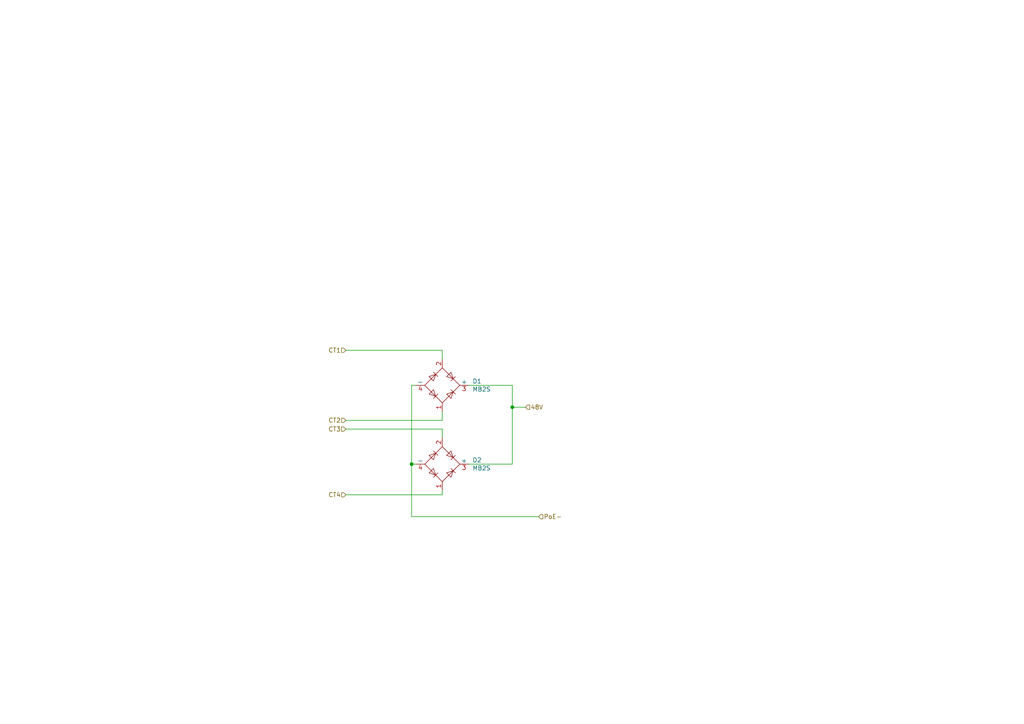
<source format=kicad_sch>
(kicad_sch (version 20230121) (generator eeschema)

  (uuid 1895faed-13c7-4877-930c-ef39a1d7419c)

  (paper "A4")

  (lib_symbols
    (symbol "Diode_Bridge:MB2S" (pin_names (offset 0)) (in_bom yes) (on_board yes)
      (property "Reference" "D" (at 2.54 6.985 0)
        (effects (font (size 1.27 1.27)) (justify left))
      )
      (property "Value" "MB2S" (at 2.54 5.08 0)
        (effects (font (size 1.27 1.27)) (justify left))
      )
      (property "Footprint" "Package_TO_SOT_SMD:TO-269AA" (at 3.81 3.175 0)
        (effects (font (size 1.27 1.27)) (justify left) hide)
      )
      (property "Datasheet" "http://www.vishay.com/docs/88661/mb2s.pdf" (at 0 0 0)
        (effects (font (size 1.27 1.27)) hide)
      )
      (property "ki_keywords" "rectifier acdc" (at 0 0 0)
        (effects (font (size 1.27 1.27)) hide)
      )
      (property "ki_description" "Miniature Glass Passivated Single-Phase Surface Mount Bridge Rectifiers, 140V Vrms, 0.5A If, TO-269AA" (at 0 0 0)
        (effects (font (size 1.27 1.27)) hide)
      )
      (property "ki_fp_filters" "TO?269AA*" (at 0 0 0)
        (effects (font (size 1.27 1.27)) hide)
      )
      (symbol "MB2S_0_1"
        (polyline
          (pts
            (xy -2.54 3.81)
            (xy -1.27 2.54)
          )
          (stroke (width 0) (type default))
          (fill (type none))
        )
        (polyline
          (pts
            (xy -1.27 -2.54)
            (xy -2.54 -3.81)
          )
          (stroke (width 0) (type default))
          (fill (type none))
        )
        (polyline
          (pts
            (xy 2.54 -1.27)
            (xy 3.81 -2.54)
          )
          (stroke (width 0) (type default))
          (fill (type none))
        )
        (polyline
          (pts
            (xy 2.54 1.27)
            (xy 3.81 2.54)
          )
          (stroke (width 0) (type default))
          (fill (type none))
        )
        (polyline
          (pts
            (xy -3.81 2.54)
            (xy -2.54 1.27)
            (xy -1.905 3.175)
            (xy -3.81 2.54)
          )
          (stroke (width 0) (type default))
          (fill (type none))
        )
        (polyline
          (pts
            (xy -2.54 -1.27)
            (xy -3.81 -2.54)
            (xy -1.905 -3.175)
            (xy -2.54 -1.27)
          )
          (stroke (width 0) (type default))
          (fill (type none))
        )
        (polyline
          (pts
            (xy 1.27 2.54)
            (xy 2.54 3.81)
            (xy 3.175 1.905)
            (xy 1.27 2.54)
          )
          (stroke (width 0) (type default))
          (fill (type none))
        )
        (polyline
          (pts
            (xy 3.175 -1.905)
            (xy 1.27 -2.54)
            (xy 2.54 -3.81)
            (xy 3.175 -1.905)
          )
          (stroke (width 0) (type default))
          (fill (type none))
        )
        (polyline
          (pts
            (xy -5.08 0)
            (xy 0 -5.08)
            (xy 5.08 0)
            (xy 0 5.08)
            (xy -5.08 0)
          )
          (stroke (width 0) (type default))
          (fill (type none))
        )
      )
      (symbol "MB2S_1_1"
        (pin passive line (at 0 -7.62 90) (length 2.54)
          (name "~" (effects (font (size 1.27 1.27))))
          (number "1" (effects (font (size 1.27 1.27))))
        )
        (pin passive line (at 0 7.62 270) (length 2.54)
          (name "~" (effects (font (size 1.27 1.27))))
          (number "2" (effects (font (size 1.27 1.27))))
        )
        (pin passive line (at 7.62 0 180) (length 2.54)
          (name "+" (effects (font (size 1.27 1.27))))
          (number "3" (effects (font (size 1.27 1.27))))
        )
        (pin passive line (at -7.62 0 0) (length 2.54)
          (name "-" (effects (font (size 1.27 1.27))))
          (number "4" (effects (font (size 1.27 1.27))))
        )
      )
    )
  )

  (junction (at 119.38 134.62) (diameter 0) (color 0 0 0 0)
    (uuid b589ec3c-1958-4fab-8f05-849fc98efd52)
  )
  (junction (at 148.59 118.11) (diameter 0) (color 0 0 0 0)
    (uuid d4c22f6e-2658-4a32-a5ec-229bf4eef591)
  )

  (wire (pts (xy 128.27 121.92) (xy 128.27 119.38))
    (stroke (width 0) (type default))
    (uuid 0ffe38ec-e599-4734-95cf-02c148959702)
  )
  (wire (pts (xy 148.59 111.76) (xy 148.59 118.11))
    (stroke (width 0) (type default))
    (uuid 24213760-f9f6-4926-9228-055a81afb654)
  )
  (wire (pts (xy 135.89 134.62) (xy 148.59 134.62))
    (stroke (width 0) (type default))
    (uuid 300db23a-1754-415d-a92a-d5c82fb47232)
  )
  (wire (pts (xy 100.33 121.92) (xy 128.27 121.92))
    (stroke (width 0) (type default))
    (uuid 329c5211-f60a-4c8a-9620-8436acc4ff54)
  )
  (wire (pts (xy 128.27 143.51) (xy 100.33 143.51))
    (stroke (width 0) (type default))
    (uuid 33ad730d-d0cc-4733-8cff-eb418c8c1fa6)
  )
  (wire (pts (xy 135.89 111.76) (xy 148.59 111.76))
    (stroke (width 0) (type default))
    (uuid 3572e6ee-2d6a-406b-b36e-021b11a6d556)
  )
  (wire (pts (xy 100.33 124.46) (xy 128.27 124.46))
    (stroke (width 0) (type default))
    (uuid 3752eaa4-21bf-42d4-bb98-138c482ddfc3)
  )
  (wire (pts (xy 148.59 134.62) (xy 148.59 118.11))
    (stroke (width 0) (type default))
    (uuid 4aedb795-e477-4bff-ae5b-3365a1e6a10f)
  )
  (wire (pts (xy 119.38 111.76) (xy 119.38 134.62))
    (stroke (width 0) (type default))
    (uuid 7ddd0322-fb3c-43c4-aec9-57903f490592)
  )
  (wire (pts (xy 128.27 101.6) (xy 128.27 104.14))
    (stroke (width 0) (type default))
    (uuid 83da8346-c5af-4499-8576-7361015e4ce2)
  )
  (wire (pts (xy 120.65 111.76) (xy 119.38 111.76))
    (stroke (width 0) (type default))
    (uuid 9f3459f6-5eee-48a9-b9ea-8e3fe286c129)
  )
  (wire (pts (xy 119.38 149.86) (xy 156.21 149.86))
    (stroke (width 0) (type default))
    (uuid b99e511c-9041-4cc8-84e7-487b4d32e460)
  )
  (wire (pts (xy 148.59 118.11) (xy 152.4 118.11))
    (stroke (width 0) (type default))
    (uuid b9e34f98-459c-4624-882e-8e939a309a3e)
  )
  (wire (pts (xy 119.38 134.62) (xy 120.65 134.62))
    (stroke (width 0) (type default))
    (uuid d04a4f89-a7bc-4745-abab-aa7c36d7c633)
  )
  (wire (pts (xy 119.38 134.62) (xy 119.38 149.86))
    (stroke (width 0) (type default))
    (uuid ed5eb530-a468-40ba-96e2-310a92a7a2e0)
  )
  (wire (pts (xy 128.27 142.24) (xy 128.27 143.51))
    (stroke (width 0) (type default))
    (uuid f176c528-6a8c-4cf6-bc9d-30a0183da443)
  )
  (wire (pts (xy 100.33 101.6) (xy 128.27 101.6))
    (stroke (width 0) (type default))
    (uuid f86add4c-4a9c-4333-a93c-f93cbdb13358)
  )
  (wire (pts (xy 128.27 127) (xy 128.27 124.46))
    (stroke (width 0) (type default))
    (uuid f956c26e-0f6e-4054-aaae-72fd39832ef3)
  )

  (hierarchical_label "CT2" (shape input) (at 100.33 121.92 180) (fields_autoplaced)
    (effects (font (size 1.27 1.27)) (justify right))
    (uuid 4285d304-c2cd-4dbc-a941-f179b778f52e)
  )
  (hierarchical_label "CT3" (shape input) (at 100.33 124.46 180) (fields_autoplaced)
    (effects (font (size 1.27 1.27)) (justify right))
    (uuid 59c0cc01-0880-4d96-bd3e-ef3bfade62fa)
  )
  (hierarchical_label "CT4" (shape input) (at 100.33 143.51 180) (fields_autoplaced)
    (effects (font (size 1.27 1.27)) (justify right))
    (uuid 5d3d6800-27d3-4f92-871f-45b5a5b61b69)
  )
  (hierarchical_label "48V" (shape input) (at 152.4 118.11 0) (fields_autoplaced)
    (effects (font (size 1.27 1.27)) (justify left))
    (uuid 8cea4fe7-a0a0-4fcb-9abb-d3065f695538)
  )
  (hierarchical_label "PoE-" (shape input) (at 156.21 149.86 0) (fields_autoplaced)
    (effects (font (size 1.27 1.27)) (justify left))
    (uuid 9f12cfa5-88e6-4528-ba1e-34ddad42dadd)
  )
  (hierarchical_label "CT1" (shape input) (at 100.33 101.6 180) (fields_autoplaced)
    (effects (font (size 1.27 1.27)) (justify right))
    (uuid cec4c7dd-7efe-4072-8eb1-29c035f5a527)
  )

  (symbol (lib_id "Diode_Bridge:MB2S") (at 128.27 111.76 0) (unit 1)
    (in_bom yes) (on_board yes) (dnp no)
    (uuid 7f5f8093-49f9-4dd2-8910-45ffcd8f5757)
    (property "Reference" "D1" (at 137.0076 110.5916 0)
      (effects (font (size 1.27 1.27)) (justify left))
    )
    (property "Value" "MB2S" (at 137.0076 112.903 0)
      (effects (font (size 1.27 1.27)) (justify left))
    )
    (property "Footprint" "Package_TO_SOT_SMD:TO-269AA" (at 132.08 108.585 0)
      (effects (font (size 1.27 1.27)) (justify left) hide)
    )
    (property "Datasheet" "http://www.vishay.com/docs/88661/mb2s.pdf" (at 128.27 111.76 0)
      (effects (font (size 1.27 1.27)) hide)
    )
    (pin "1" (uuid 6a709e83-525e-4259-9a81-3002b598e7dc))
    (pin "2" (uuid 1f295512-960a-4c4d-85bd-c77b3b491fac))
    (pin "3" (uuid 90a2375f-a300-45f2-bebd-f3b084c04d07))
    (pin "4" (uuid 52103bf0-9b0e-44cc-b24b-9da62e3450f2))
    (instances
      (project "board"
        (path "/57732dd3-1162-4c3f-88bd-31bf473d124d/767ce4c6-0e55-4543-92f0-34cb8237a544"
          (reference "D1") (unit 1)
        )
      )
    )
  )

  (symbol (lib_id "Diode_Bridge:MB2S") (at 128.27 134.62 0) (unit 1)
    (in_bom yes) (on_board yes) (dnp no)
    (uuid e04157dc-c0fa-446a-9352-86efb8cefc27)
    (property "Reference" "D2" (at 137.0076 133.4516 0)
      (effects (font (size 1.27 1.27)) (justify left))
    )
    (property "Value" "MB2S" (at 137.0076 135.763 0)
      (effects (font (size 1.27 1.27)) (justify left))
    )
    (property "Footprint" "Package_TO_SOT_SMD:TO-269AA" (at 132.08 131.445 0)
      (effects (font (size 1.27 1.27)) (justify left) hide)
    )
    (property "Datasheet" "http://www.vishay.com/docs/88661/mb2s.pdf" (at 128.27 134.62 0)
      (effects (font (size 1.27 1.27)) hide)
    )
    (pin "1" (uuid 10e124e6-0757-4e58-b91c-ff7df640d459))
    (pin "2" (uuid 52874e00-1466-472e-9a91-a6e6b0e4daa5))
    (pin "3" (uuid b2efa040-7fb4-4aac-935d-ccbfb13c4767))
    (pin "4" (uuid 415c1492-1363-4927-b737-3f87f73fcdfc))
    (instances
      (project "board"
        (path "/57732dd3-1162-4c3f-88bd-31bf473d124d/767ce4c6-0e55-4543-92f0-34cb8237a544"
          (reference "D2") (unit 1)
        )
      )
    )
  )
)

</source>
